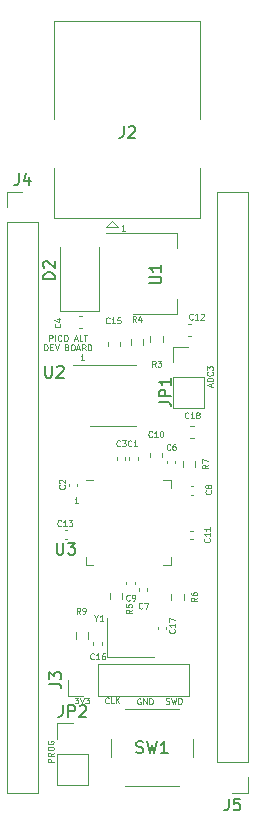
<source format=gbr>
%TF.GenerationSoftware,KiCad,Pcbnew,(6.0.11)*%
%TF.CreationDate,2024-02-22T22:03:45-06:00*%
%TF.ProjectId,PicoAlt,5069636f-416c-4742-9e6b-696361645f70,rev?*%
%TF.SameCoordinates,Original*%
%TF.FileFunction,Legend,Top*%
%TF.FilePolarity,Positive*%
%FSLAX46Y46*%
G04 Gerber Fmt 4.6, Leading zero omitted, Abs format (unit mm)*
G04 Created by KiCad (PCBNEW (6.0.11)) date 2024-02-22 22:03:45*
%MOMM*%
%LPD*%
G01*
G04 APERTURE LIST*
%ADD10C,0.125000*%
%ADD11C,0.150000*%
%ADD12C,0.120000*%
G04 APERTURE END LIST*
D10*
X151831428Y-120742380D02*
X151902857Y-120766190D01*
X152021904Y-120766190D01*
X152069523Y-120742380D01*
X152093333Y-120718571D01*
X152117142Y-120670952D01*
X152117142Y-120623333D01*
X152093333Y-120575714D01*
X152069523Y-120551904D01*
X152021904Y-120528095D01*
X151926666Y-120504285D01*
X151879047Y-120480476D01*
X151855238Y-120456666D01*
X151831428Y-120409047D01*
X151831428Y-120361428D01*
X151855238Y-120313809D01*
X151879047Y-120290000D01*
X151926666Y-120266190D01*
X152045714Y-120266190D01*
X152117142Y-120290000D01*
X152283809Y-120266190D02*
X152402857Y-120766190D01*
X152498095Y-120409047D01*
X152593333Y-120766190D01*
X152712380Y-120266190D01*
X152902857Y-120766190D02*
X152902857Y-120266190D01*
X153021904Y-120266190D01*
X153093333Y-120290000D01*
X153140952Y-120337619D01*
X153164761Y-120385238D01*
X153188571Y-120480476D01*
X153188571Y-120551904D01*
X153164761Y-120647142D01*
X153140952Y-120694761D01*
X153093333Y-120742380D01*
X153021904Y-120766190D01*
X152902857Y-120766190D01*
X146992380Y-120678571D02*
X146968571Y-120702380D01*
X146897142Y-120726190D01*
X146849523Y-120726190D01*
X146778095Y-120702380D01*
X146730476Y-120654761D01*
X146706666Y-120607142D01*
X146682857Y-120511904D01*
X146682857Y-120440476D01*
X146706666Y-120345238D01*
X146730476Y-120297619D01*
X146778095Y-120250000D01*
X146849523Y-120226190D01*
X146897142Y-120226190D01*
X146968571Y-120250000D01*
X146992380Y-120273809D01*
X147444761Y-120726190D02*
X147206666Y-120726190D01*
X147206666Y-120226190D01*
X147611428Y-120726190D02*
X147611428Y-120226190D01*
X147897142Y-120726190D02*
X147682857Y-120440476D01*
X147897142Y-120226190D02*
X147611428Y-120511904D01*
X144120952Y-120236190D02*
X144430476Y-120236190D01*
X144263809Y-120426666D01*
X144335238Y-120426666D01*
X144382857Y-120450476D01*
X144406666Y-120474285D01*
X144430476Y-120521904D01*
X144430476Y-120640952D01*
X144406666Y-120688571D01*
X144382857Y-120712380D01*
X144335238Y-120736190D01*
X144192380Y-120736190D01*
X144144761Y-120712380D01*
X144120952Y-120688571D01*
X144573333Y-120236190D02*
X144740000Y-120736190D01*
X144906666Y-120236190D01*
X145025714Y-120236190D02*
X145335238Y-120236190D01*
X145168571Y-120426666D01*
X145240000Y-120426666D01*
X145287619Y-120450476D01*
X145311428Y-120474285D01*
X145335238Y-120521904D01*
X145335238Y-120640952D01*
X145311428Y-120688571D01*
X145287619Y-120712380D01*
X145240000Y-120736190D01*
X145097142Y-120736190D01*
X145049523Y-120712380D01*
X145025714Y-120688571D01*
X155673333Y-93907142D02*
X155673333Y-93669047D01*
X155816190Y-93954761D02*
X155316190Y-93788095D01*
X155816190Y-93621428D01*
X155816190Y-93454761D02*
X155316190Y-93454761D01*
X155316190Y-93335714D01*
X155340000Y-93264285D01*
X155387619Y-93216666D01*
X155435238Y-93192857D01*
X155530476Y-93169047D01*
X155601904Y-93169047D01*
X155697142Y-93192857D01*
X155744761Y-93216666D01*
X155792380Y-93264285D01*
X155816190Y-93335714D01*
X155816190Y-93454761D01*
X155768571Y-92669047D02*
X155792380Y-92692857D01*
X155816190Y-92764285D01*
X155816190Y-92811904D01*
X155792380Y-92883333D01*
X155744761Y-92930952D01*
X155697142Y-92954761D01*
X155601904Y-92978571D01*
X155530476Y-92978571D01*
X155435238Y-92954761D01*
X155387619Y-92930952D01*
X155340000Y-92883333D01*
X155316190Y-92811904D01*
X155316190Y-92764285D01*
X155340000Y-92692857D01*
X155363809Y-92669047D01*
X155316190Y-92502380D02*
X155316190Y-92192857D01*
X155506666Y-92359523D01*
X155506666Y-92288095D01*
X155530476Y-92240476D01*
X155554285Y-92216666D01*
X155601904Y-92192857D01*
X155720952Y-92192857D01*
X155768571Y-92216666D01*
X155792380Y-92240476D01*
X155816190Y-92288095D01*
X155816190Y-92430952D01*
X155792380Y-92478571D01*
X155768571Y-92502380D01*
X142326190Y-125692857D02*
X141826190Y-125692857D01*
X141826190Y-125502380D01*
X141850000Y-125454761D01*
X141873809Y-125430952D01*
X141921428Y-125407142D01*
X141992857Y-125407142D01*
X142040476Y-125430952D01*
X142064285Y-125454761D01*
X142088095Y-125502380D01*
X142088095Y-125692857D01*
X142326190Y-124907142D02*
X142088095Y-125073809D01*
X142326190Y-125192857D02*
X141826190Y-125192857D01*
X141826190Y-125002380D01*
X141850000Y-124954761D01*
X141873809Y-124930952D01*
X141921428Y-124907142D01*
X141992857Y-124907142D01*
X142040476Y-124930952D01*
X142064285Y-124954761D01*
X142088095Y-125002380D01*
X142088095Y-125192857D01*
X141826190Y-124597619D02*
X141826190Y-124502380D01*
X141850000Y-124454761D01*
X141897619Y-124407142D01*
X141992857Y-124383333D01*
X142159523Y-124383333D01*
X142254761Y-124407142D01*
X142302380Y-124454761D01*
X142326190Y-124502380D01*
X142326190Y-124597619D01*
X142302380Y-124645238D01*
X142254761Y-124692857D01*
X142159523Y-124716666D01*
X141992857Y-124716666D01*
X141897619Y-124692857D01*
X141850000Y-124645238D01*
X141826190Y-124597619D01*
X141850000Y-123907142D02*
X141826190Y-123954761D01*
X141826190Y-124026190D01*
X141850000Y-124097619D01*
X141897619Y-124145238D01*
X141945238Y-124169047D01*
X142040476Y-124192857D01*
X142111904Y-124192857D01*
X142207142Y-124169047D01*
X142254761Y-124145238D01*
X142302380Y-124097619D01*
X142326190Y-124026190D01*
X142326190Y-123978571D01*
X142302380Y-123907142D01*
X142278571Y-123883333D01*
X142111904Y-123883333D01*
X142111904Y-123978571D01*
X149689047Y-120330000D02*
X149641428Y-120306190D01*
X149570000Y-120306190D01*
X149498571Y-120330000D01*
X149450952Y-120377619D01*
X149427142Y-120425238D01*
X149403333Y-120520476D01*
X149403333Y-120591904D01*
X149427142Y-120687142D01*
X149450952Y-120734761D01*
X149498571Y-120782380D01*
X149570000Y-120806190D01*
X149617619Y-120806190D01*
X149689047Y-120782380D01*
X149712857Y-120758571D01*
X149712857Y-120591904D01*
X149617619Y-120591904D01*
X149927142Y-120806190D02*
X149927142Y-120306190D01*
X150212857Y-120806190D01*
X150212857Y-120306190D01*
X150450952Y-120806190D02*
X150450952Y-120306190D01*
X150570000Y-120306190D01*
X150641428Y-120330000D01*
X150689047Y-120377619D01*
X150712857Y-120425238D01*
X150736666Y-120520476D01*
X150736666Y-120591904D01*
X150712857Y-120687142D01*
X150689047Y-120734761D01*
X150641428Y-120782380D01*
X150570000Y-120806190D01*
X150450952Y-120806190D01*
X141970476Y-90033690D02*
X141970476Y-89533690D01*
X142160952Y-89533690D01*
X142208571Y-89557500D01*
X142232380Y-89581309D01*
X142256190Y-89628928D01*
X142256190Y-89700357D01*
X142232380Y-89747976D01*
X142208571Y-89771785D01*
X142160952Y-89795595D01*
X141970476Y-89795595D01*
X142470476Y-90033690D02*
X142470476Y-89533690D01*
X142994285Y-89986071D02*
X142970476Y-90009880D01*
X142899047Y-90033690D01*
X142851428Y-90033690D01*
X142780000Y-90009880D01*
X142732380Y-89962261D01*
X142708571Y-89914642D01*
X142684761Y-89819404D01*
X142684761Y-89747976D01*
X142708571Y-89652738D01*
X142732380Y-89605119D01*
X142780000Y-89557500D01*
X142851428Y-89533690D01*
X142899047Y-89533690D01*
X142970476Y-89557500D01*
X142994285Y-89581309D01*
X143303809Y-89533690D02*
X143399047Y-89533690D01*
X143446666Y-89557500D01*
X143494285Y-89605119D01*
X143518095Y-89700357D01*
X143518095Y-89867023D01*
X143494285Y-89962261D01*
X143446666Y-90009880D01*
X143399047Y-90033690D01*
X143303809Y-90033690D01*
X143256190Y-90009880D01*
X143208571Y-89962261D01*
X143184761Y-89867023D01*
X143184761Y-89700357D01*
X143208571Y-89605119D01*
X143256190Y-89557500D01*
X143303809Y-89533690D01*
X144089523Y-89890833D02*
X144327619Y-89890833D01*
X144041904Y-90033690D02*
X144208571Y-89533690D01*
X144375238Y-90033690D01*
X144780000Y-90033690D02*
X144541904Y-90033690D01*
X144541904Y-89533690D01*
X144875238Y-89533690D02*
X145160952Y-89533690D01*
X145018095Y-90033690D02*
X145018095Y-89533690D01*
X141541904Y-90838690D02*
X141541904Y-90338690D01*
X141660952Y-90338690D01*
X141732380Y-90362500D01*
X141780000Y-90410119D01*
X141803809Y-90457738D01*
X141827619Y-90552976D01*
X141827619Y-90624404D01*
X141803809Y-90719642D01*
X141780000Y-90767261D01*
X141732380Y-90814880D01*
X141660952Y-90838690D01*
X141541904Y-90838690D01*
X142041904Y-90576785D02*
X142208571Y-90576785D01*
X142280000Y-90838690D02*
X142041904Y-90838690D01*
X142041904Y-90338690D01*
X142280000Y-90338690D01*
X142422857Y-90338690D02*
X142589523Y-90838690D01*
X142756190Y-90338690D01*
X143470476Y-90576785D02*
X143541904Y-90600595D01*
X143565714Y-90624404D01*
X143589523Y-90672023D01*
X143589523Y-90743452D01*
X143565714Y-90791071D01*
X143541904Y-90814880D01*
X143494285Y-90838690D01*
X143303809Y-90838690D01*
X143303809Y-90338690D01*
X143470476Y-90338690D01*
X143518095Y-90362500D01*
X143541904Y-90386309D01*
X143565714Y-90433928D01*
X143565714Y-90481547D01*
X143541904Y-90529166D01*
X143518095Y-90552976D01*
X143470476Y-90576785D01*
X143303809Y-90576785D01*
X143899047Y-90338690D02*
X143994285Y-90338690D01*
X144041904Y-90362500D01*
X144089523Y-90410119D01*
X144113333Y-90505357D01*
X144113333Y-90672023D01*
X144089523Y-90767261D01*
X144041904Y-90814880D01*
X143994285Y-90838690D01*
X143899047Y-90838690D01*
X143851428Y-90814880D01*
X143803809Y-90767261D01*
X143780000Y-90672023D01*
X143780000Y-90505357D01*
X143803809Y-90410119D01*
X143851428Y-90362500D01*
X143899047Y-90338690D01*
X144303809Y-90695833D02*
X144541904Y-90695833D01*
X144256190Y-90838690D02*
X144422857Y-90338690D01*
X144589523Y-90838690D01*
X145041904Y-90838690D02*
X144875238Y-90600595D01*
X144756190Y-90838690D02*
X144756190Y-90338690D01*
X144946666Y-90338690D01*
X144994285Y-90362500D01*
X145018095Y-90386309D01*
X145041904Y-90433928D01*
X145041904Y-90505357D01*
X145018095Y-90552976D01*
X144994285Y-90576785D01*
X144946666Y-90600595D01*
X144756190Y-90600595D01*
X145256190Y-90838690D02*
X145256190Y-90338690D01*
X145375238Y-90338690D01*
X145446666Y-90362500D01*
X145494285Y-90410119D01*
X145518095Y-90457738D01*
X145541904Y-90552976D01*
X145541904Y-90624404D01*
X145518095Y-90719642D01*
X145494285Y-90767261D01*
X145446666Y-90814880D01*
X145375238Y-90838690D01*
X145256190Y-90838690D01*
X148382857Y-80706190D02*
X148097142Y-80706190D01*
X148240000Y-80706190D02*
X148240000Y-80206190D01*
X148192380Y-80277619D01*
X148144761Y-80325238D01*
X148097142Y-80349047D01*
X144392857Y-103786190D02*
X144107142Y-103786190D01*
X144250000Y-103786190D02*
X144250000Y-103286190D01*
X144202380Y-103357619D01*
X144154761Y-103405238D01*
X144107142Y-103429047D01*
X144922857Y-91666190D02*
X144637142Y-91666190D01*
X144780000Y-91666190D02*
X144780000Y-91166190D01*
X144732380Y-91237619D01*
X144684761Y-91285238D01*
X144637142Y-91309047D01*
D11*
%TO.C,J2*%
X148256666Y-71842380D02*
X148256666Y-72556666D01*
X148209047Y-72699523D01*
X148113809Y-72794761D01*
X147970952Y-72842380D01*
X147875714Y-72842380D01*
X148685238Y-71937619D02*
X148732857Y-71890000D01*
X148828095Y-71842380D01*
X149066190Y-71842380D01*
X149161428Y-71890000D01*
X149209047Y-71937619D01*
X149256666Y-72032857D01*
X149256666Y-72128095D01*
X149209047Y-72270952D01*
X148637619Y-72842380D01*
X149256666Y-72842380D01*
%TO.C,JP2*%
X143106666Y-120862380D02*
X143106666Y-121576666D01*
X143059047Y-121719523D01*
X142963809Y-121814761D01*
X142820952Y-121862380D01*
X142725714Y-121862380D01*
X143582857Y-121862380D02*
X143582857Y-120862380D01*
X143963809Y-120862380D01*
X144059047Y-120910000D01*
X144106666Y-120957619D01*
X144154285Y-121052857D01*
X144154285Y-121195714D01*
X144106666Y-121290952D01*
X144059047Y-121338571D01*
X143963809Y-121386190D01*
X143582857Y-121386190D01*
X144535238Y-120957619D02*
X144582857Y-120910000D01*
X144678095Y-120862380D01*
X144916190Y-120862380D01*
X145011428Y-120910000D01*
X145059047Y-120957619D01*
X145106666Y-121052857D01*
X145106666Y-121148095D01*
X145059047Y-121290952D01*
X144487619Y-121862380D01*
X145106666Y-121862380D01*
D10*
%TO.C,C4*%
X142868571Y-88593333D02*
X142892380Y-88617142D01*
X142916190Y-88688571D01*
X142916190Y-88736190D01*
X142892380Y-88807619D01*
X142844761Y-88855238D01*
X142797142Y-88879047D01*
X142701904Y-88902857D01*
X142630476Y-88902857D01*
X142535238Y-88879047D01*
X142487619Y-88855238D01*
X142440000Y-88807619D01*
X142416190Y-88736190D01*
X142416190Y-88688571D01*
X142440000Y-88617142D01*
X142463809Y-88593333D01*
X142582857Y-88164761D02*
X142916190Y-88164761D01*
X142392380Y-88283809D02*
X142749523Y-88402857D01*
X142749523Y-88093333D01*
%TO.C,C18*%
X153738571Y-96538571D02*
X153714761Y-96562380D01*
X153643333Y-96586190D01*
X153595714Y-96586190D01*
X153524285Y-96562380D01*
X153476666Y-96514761D01*
X153452857Y-96467142D01*
X153429047Y-96371904D01*
X153429047Y-96300476D01*
X153452857Y-96205238D01*
X153476666Y-96157619D01*
X153524285Y-96110000D01*
X153595714Y-96086190D01*
X153643333Y-96086190D01*
X153714761Y-96110000D01*
X153738571Y-96133809D01*
X154214761Y-96586190D02*
X153929047Y-96586190D01*
X154071904Y-96586190D02*
X154071904Y-96086190D01*
X154024285Y-96157619D01*
X153976666Y-96205238D01*
X153929047Y-96229047D01*
X154500476Y-96300476D02*
X154452857Y-96276666D01*
X154429047Y-96252857D01*
X154405238Y-96205238D01*
X154405238Y-96181428D01*
X154429047Y-96133809D01*
X154452857Y-96110000D01*
X154500476Y-96086190D01*
X154595714Y-96086190D01*
X154643333Y-96110000D01*
X154667142Y-96133809D01*
X154690952Y-96181428D01*
X154690952Y-96205238D01*
X154667142Y-96252857D01*
X154643333Y-96276666D01*
X154595714Y-96300476D01*
X154500476Y-96300476D01*
X154452857Y-96324285D01*
X154429047Y-96348095D01*
X154405238Y-96395714D01*
X154405238Y-96490952D01*
X154429047Y-96538571D01*
X154452857Y-96562380D01*
X154500476Y-96586190D01*
X154595714Y-96586190D01*
X154643333Y-96562380D01*
X154667142Y-96538571D01*
X154690952Y-96490952D01*
X154690952Y-96395714D01*
X154667142Y-96348095D01*
X154643333Y-96324285D01*
X154595714Y-96300476D01*
%TO.C,R7*%
X155426190Y-100530833D02*
X155188095Y-100697500D01*
X155426190Y-100816547D02*
X154926190Y-100816547D01*
X154926190Y-100626071D01*
X154950000Y-100578452D01*
X154973809Y-100554642D01*
X155021428Y-100530833D01*
X155092857Y-100530833D01*
X155140476Y-100554642D01*
X155164285Y-100578452D01*
X155188095Y-100626071D01*
X155188095Y-100816547D01*
X154926190Y-100364166D02*
X154926190Y-100030833D01*
X155426190Y-100245119D01*
%TO.C,Y1*%
X145941904Y-113508095D02*
X145941904Y-113746190D01*
X145775238Y-113246190D02*
X145941904Y-113508095D01*
X146108571Y-113246190D01*
X146537142Y-113746190D02*
X146251428Y-113746190D01*
X146394285Y-113746190D02*
X146394285Y-113246190D01*
X146346666Y-113317619D01*
X146299047Y-113365238D01*
X146251428Y-113389047D01*
%TO.C,R6*%
X154476190Y-111783333D02*
X154238095Y-111950000D01*
X154476190Y-112069047D02*
X153976190Y-112069047D01*
X153976190Y-111878571D01*
X154000000Y-111830952D01*
X154023809Y-111807142D01*
X154071428Y-111783333D01*
X154142857Y-111783333D01*
X154190476Y-111807142D01*
X154214285Y-111830952D01*
X154238095Y-111878571D01*
X154238095Y-112069047D01*
X153976190Y-111354761D02*
X153976190Y-111450000D01*
X154000000Y-111497619D01*
X154023809Y-111521428D01*
X154095238Y-111569047D01*
X154190476Y-111592857D01*
X154380952Y-111592857D01*
X154428571Y-111569047D01*
X154452380Y-111545238D01*
X154476190Y-111497619D01*
X154476190Y-111402380D01*
X154452380Y-111354761D01*
X154428571Y-111330952D01*
X154380952Y-111307142D01*
X154261904Y-111307142D01*
X154214285Y-111330952D01*
X154190476Y-111354761D01*
X154166666Y-111402380D01*
X154166666Y-111497619D01*
X154190476Y-111545238D01*
X154214285Y-111569047D01*
X154261904Y-111592857D01*
%TO.C,R9*%
X144576666Y-113136190D02*
X144410000Y-112898095D01*
X144290952Y-113136190D02*
X144290952Y-112636190D01*
X144481428Y-112636190D01*
X144529047Y-112660000D01*
X144552857Y-112683809D01*
X144576666Y-112731428D01*
X144576666Y-112802857D01*
X144552857Y-112850476D01*
X144529047Y-112874285D01*
X144481428Y-112898095D01*
X144290952Y-112898095D01*
X144814761Y-113136190D02*
X144910000Y-113136190D01*
X144957619Y-113112380D01*
X144981428Y-113088571D01*
X145029047Y-113017142D01*
X145052857Y-112921904D01*
X145052857Y-112731428D01*
X145029047Y-112683809D01*
X145005238Y-112660000D01*
X144957619Y-112636190D01*
X144862380Y-112636190D01*
X144814761Y-112660000D01*
X144790952Y-112683809D01*
X144767142Y-112731428D01*
X144767142Y-112850476D01*
X144790952Y-112898095D01*
X144814761Y-112921904D01*
X144862380Y-112945714D01*
X144957619Y-112945714D01*
X145005238Y-112921904D01*
X145029047Y-112898095D01*
X145052857Y-112850476D01*
%TO.C,R5*%
X148966190Y-112793333D02*
X148728095Y-112960000D01*
X148966190Y-113079047D02*
X148466190Y-113079047D01*
X148466190Y-112888571D01*
X148490000Y-112840952D01*
X148513809Y-112817142D01*
X148561428Y-112793333D01*
X148632857Y-112793333D01*
X148680476Y-112817142D01*
X148704285Y-112840952D01*
X148728095Y-112888571D01*
X148728095Y-113079047D01*
X148466190Y-112340952D02*
X148466190Y-112579047D01*
X148704285Y-112602857D01*
X148680476Y-112579047D01*
X148656666Y-112531428D01*
X148656666Y-112412380D01*
X148680476Y-112364761D01*
X148704285Y-112340952D01*
X148751904Y-112317142D01*
X148870952Y-112317142D01*
X148918571Y-112340952D01*
X148942380Y-112364761D01*
X148966190Y-112412380D01*
X148966190Y-112531428D01*
X148942380Y-112579047D01*
X148918571Y-112602857D01*
%TO.C,R4*%
X149306666Y-88426190D02*
X149140000Y-88188095D01*
X149020952Y-88426190D02*
X149020952Y-87926190D01*
X149211428Y-87926190D01*
X149259047Y-87950000D01*
X149282857Y-87973809D01*
X149306666Y-88021428D01*
X149306666Y-88092857D01*
X149282857Y-88140476D01*
X149259047Y-88164285D01*
X149211428Y-88188095D01*
X149020952Y-88188095D01*
X149735238Y-88092857D02*
X149735238Y-88426190D01*
X149616190Y-87902380D02*
X149497142Y-88259523D01*
X149806666Y-88259523D01*
%TO.C,R3*%
X150966666Y-92216190D02*
X150800000Y-91978095D01*
X150680952Y-92216190D02*
X150680952Y-91716190D01*
X150871428Y-91716190D01*
X150919047Y-91740000D01*
X150942857Y-91763809D01*
X150966666Y-91811428D01*
X150966666Y-91882857D01*
X150942857Y-91930476D01*
X150919047Y-91954285D01*
X150871428Y-91978095D01*
X150680952Y-91978095D01*
X151133333Y-91716190D02*
X151442857Y-91716190D01*
X151276190Y-91906666D01*
X151347619Y-91906666D01*
X151395238Y-91930476D01*
X151419047Y-91954285D01*
X151442857Y-92001904D01*
X151442857Y-92120952D01*
X151419047Y-92168571D01*
X151395238Y-92192380D01*
X151347619Y-92216190D01*
X151204761Y-92216190D01*
X151157142Y-92192380D01*
X151133333Y-92168571D01*
%TO.C,C17*%
X152558571Y-114451428D02*
X152582380Y-114475238D01*
X152606190Y-114546666D01*
X152606190Y-114594285D01*
X152582380Y-114665714D01*
X152534761Y-114713333D01*
X152487142Y-114737142D01*
X152391904Y-114760952D01*
X152320476Y-114760952D01*
X152225238Y-114737142D01*
X152177619Y-114713333D01*
X152130000Y-114665714D01*
X152106190Y-114594285D01*
X152106190Y-114546666D01*
X152130000Y-114475238D01*
X152153809Y-114451428D01*
X152606190Y-113975238D02*
X152606190Y-114260952D01*
X152606190Y-114118095D02*
X152106190Y-114118095D01*
X152177619Y-114165714D01*
X152225238Y-114213333D01*
X152249047Y-114260952D01*
X152106190Y-113808571D02*
X152106190Y-113475238D01*
X152606190Y-113689523D01*
%TO.C,C16*%
X145738571Y-116948571D02*
X145714761Y-116972380D01*
X145643333Y-116996190D01*
X145595714Y-116996190D01*
X145524285Y-116972380D01*
X145476666Y-116924761D01*
X145452857Y-116877142D01*
X145429047Y-116781904D01*
X145429047Y-116710476D01*
X145452857Y-116615238D01*
X145476666Y-116567619D01*
X145524285Y-116520000D01*
X145595714Y-116496190D01*
X145643333Y-116496190D01*
X145714761Y-116520000D01*
X145738571Y-116543809D01*
X146214761Y-116996190D02*
X145929047Y-116996190D01*
X146071904Y-116996190D02*
X146071904Y-116496190D01*
X146024285Y-116567619D01*
X145976666Y-116615238D01*
X145929047Y-116639047D01*
X146643333Y-116496190D02*
X146548095Y-116496190D01*
X146500476Y-116520000D01*
X146476666Y-116543809D01*
X146429047Y-116615238D01*
X146405238Y-116710476D01*
X146405238Y-116900952D01*
X146429047Y-116948571D01*
X146452857Y-116972380D01*
X146500476Y-116996190D01*
X146595714Y-116996190D01*
X146643333Y-116972380D01*
X146667142Y-116948571D01*
X146690952Y-116900952D01*
X146690952Y-116781904D01*
X146667142Y-116734285D01*
X146643333Y-116710476D01*
X146595714Y-116686666D01*
X146500476Y-116686666D01*
X146452857Y-116710476D01*
X146429047Y-116734285D01*
X146405238Y-116781904D01*
%TO.C,C15*%
X147068571Y-88508571D02*
X147044761Y-88532380D01*
X146973333Y-88556190D01*
X146925714Y-88556190D01*
X146854285Y-88532380D01*
X146806666Y-88484761D01*
X146782857Y-88437142D01*
X146759047Y-88341904D01*
X146759047Y-88270476D01*
X146782857Y-88175238D01*
X146806666Y-88127619D01*
X146854285Y-88080000D01*
X146925714Y-88056190D01*
X146973333Y-88056190D01*
X147044761Y-88080000D01*
X147068571Y-88103809D01*
X147544761Y-88556190D02*
X147259047Y-88556190D01*
X147401904Y-88556190D02*
X147401904Y-88056190D01*
X147354285Y-88127619D01*
X147306666Y-88175238D01*
X147259047Y-88199047D01*
X147997142Y-88056190D02*
X147759047Y-88056190D01*
X147735238Y-88294285D01*
X147759047Y-88270476D01*
X147806666Y-88246666D01*
X147925714Y-88246666D01*
X147973333Y-88270476D01*
X147997142Y-88294285D01*
X148020952Y-88341904D01*
X148020952Y-88460952D01*
X147997142Y-88508571D01*
X147973333Y-88532380D01*
X147925714Y-88556190D01*
X147806666Y-88556190D01*
X147759047Y-88532380D01*
X147735238Y-88508571D01*
%TO.C,C13*%
X142958571Y-105668571D02*
X142934761Y-105692380D01*
X142863333Y-105716190D01*
X142815714Y-105716190D01*
X142744285Y-105692380D01*
X142696666Y-105644761D01*
X142672857Y-105597142D01*
X142649047Y-105501904D01*
X142649047Y-105430476D01*
X142672857Y-105335238D01*
X142696666Y-105287619D01*
X142744285Y-105240000D01*
X142815714Y-105216190D01*
X142863333Y-105216190D01*
X142934761Y-105240000D01*
X142958571Y-105263809D01*
X143434761Y-105716190D02*
X143149047Y-105716190D01*
X143291904Y-105716190D02*
X143291904Y-105216190D01*
X143244285Y-105287619D01*
X143196666Y-105335238D01*
X143149047Y-105359047D01*
X143601428Y-105216190D02*
X143910952Y-105216190D01*
X143744285Y-105406666D01*
X143815714Y-105406666D01*
X143863333Y-105430476D01*
X143887142Y-105454285D01*
X143910952Y-105501904D01*
X143910952Y-105620952D01*
X143887142Y-105668571D01*
X143863333Y-105692380D01*
X143815714Y-105716190D01*
X143672857Y-105716190D01*
X143625238Y-105692380D01*
X143601428Y-105668571D01*
%TO.C,C12*%
X154108571Y-88178571D02*
X154084761Y-88202380D01*
X154013333Y-88226190D01*
X153965714Y-88226190D01*
X153894285Y-88202380D01*
X153846666Y-88154761D01*
X153822857Y-88107142D01*
X153799047Y-88011904D01*
X153799047Y-87940476D01*
X153822857Y-87845238D01*
X153846666Y-87797619D01*
X153894285Y-87750000D01*
X153965714Y-87726190D01*
X154013333Y-87726190D01*
X154084761Y-87750000D01*
X154108571Y-87773809D01*
X154584761Y-88226190D02*
X154299047Y-88226190D01*
X154441904Y-88226190D02*
X154441904Y-87726190D01*
X154394285Y-87797619D01*
X154346666Y-87845238D01*
X154299047Y-87869047D01*
X154775238Y-87773809D02*
X154799047Y-87750000D01*
X154846666Y-87726190D01*
X154965714Y-87726190D01*
X155013333Y-87750000D01*
X155037142Y-87773809D01*
X155060952Y-87821428D01*
X155060952Y-87869047D01*
X155037142Y-87940476D01*
X154751428Y-88226190D01*
X155060952Y-88226190D01*
%TO.C,C11*%
X155528571Y-106761428D02*
X155552380Y-106785238D01*
X155576190Y-106856666D01*
X155576190Y-106904285D01*
X155552380Y-106975714D01*
X155504761Y-107023333D01*
X155457142Y-107047142D01*
X155361904Y-107070952D01*
X155290476Y-107070952D01*
X155195238Y-107047142D01*
X155147619Y-107023333D01*
X155100000Y-106975714D01*
X155076190Y-106904285D01*
X155076190Y-106856666D01*
X155100000Y-106785238D01*
X155123809Y-106761428D01*
X155576190Y-106285238D02*
X155576190Y-106570952D01*
X155576190Y-106428095D02*
X155076190Y-106428095D01*
X155147619Y-106475714D01*
X155195238Y-106523333D01*
X155219047Y-106570952D01*
X155576190Y-105809047D02*
X155576190Y-106094761D01*
X155576190Y-105951904D02*
X155076190Y-105951904D01*
X155147619Y-105999523D01*
X155195238Y-106047142D01*
X155219047Y-106094761D01*
%TO.C,C10*%
X150658571Y-98128571D02*
X150634761Y-98152380D01*
X150563333Y-98176190D01*
X150515714Y-98176190D01*
X150444285Y-98152380D01*
X150396666Y-98104761D01*
X150372857Y-98057142D01*
X150349047Y-97961904D01*
X150349047Y-97890476D01*
X150372857Y-97795238D01*
X150396666Y-97747619D01*
X150444285Y-97700000D01*
X150515714Y-97676190D01*
X150563333Y-97676190D01*
X150634761Y-97700000D01*
X150658571Y-97723809D01*
X151134761Y-98176190D02*
X150849047Y-98176190D01*
X150991904Y-98176190D02*
X150991904Y-97676190D01*
X150944285Y-97747619D01*
X150896666Y-97795238D01*
X150849047Y-97819047D01*
X151444285Y-97676190D02*
X151491904Y-97676190D01*
X151539523Y-97700000D01*
X151563333Y-97723809D01*
X151587142Y-97771428D01*
X151610952Y-97866666D01*
X151610952Y-97985714D01*
X151587142Y-98080952D01*
X151563333Y-98128571D01*
X151539523Y-98152380D01*
X151491904Y-98176190D01*
X151444285Y-98176190D01*
X151396666Y-98152380D01*
X151372857Y-98128571D01*
X151349047Y-98080952D01*
X151325238Y-97985714D01*
X151325238Y-97866666D01*
X151349047Y-97771428D01*
X151372857Y-97723809D01*
X151396666Y-97700000D01*
X151444285Y-97676190D01*
%TO.C,C9*%
X148776666Y-111988571D02*
X148752857Y-112012380D01*
X148681428Y-112036190D01*
X148633809Y-112036190D01*
X148562380Y-112012380D01*
X148514761Y-111964761D01*
X148490952Y-111917142D01*
X148467142Y-111821904D01*
X148467142Y-111750476D01*
X148490952Y-111655238D01*
X148514761Y-111607619D01*
X148562380Y-111560000D01*
X148633809Y-111536190D01*
X148681428Y-111536190D01*
X148752857Y-111560000D01*
X148776666Y-111583809D01*
X149014761Y-112036190D02*
X149110000Y-112036190D01*
X149157619Y-112012380D01*
X149181428Y-111988571D01*
X149229047Y-111917142D01*
X149252857Y-111821904D01*
X149252857Y-111631428D01*
X149229047Y-111583809D01*
X149205238Y-111560000D01*
X149157619Y-111536190D01*
X149062380Y-111536190D01*
X149014761Y-111560000D01*
X148990952Y-111583809D01*
X148967142Y-111631428D01*
X148967142Y-111750476D01*
X148990952Y-111798095D01*
X149014761Y-111821904D01*
X149062380Y-111845714D01*
X149157619Y-111845714D01*
X149205238Y-111821904D01*
X149229047Y-111798095D01*
X149252857Y-111750476D01*
%TO.C,C8*%
X155626571Y-102699333D02*
X155650380Y-102723142D01*
X155674190Y-102794571D01*
X155674190Y-102842190D01*
X155650380Y-102913619D01*
X155602761Y-102961238D01*
X155555142Y-102985047D01*
X155459904Y-103008857D01*
X155388476Y-103008857D01*
X155293238Y-102985047D01*
X155245619Y-102961238D01*
X155198000Y-102913619D01*
X155174190Y-102842190D01*
X155174190Y-102794571D01*
X155198000Y-102723142D01*
X155221809Y-102699333D01*
X155388476Y-102413619D02*
X155364666Y-102461238D01*
X155340857Y-102485047D01*
X155293238Y-102508857D01*
X155269428Y-102508857D01*
X155221809Y-102485047D01*
X155198000Y-102461238D01*
X155174190Y-102413619D01*
X155174190Y-102318380D01*
X155198000Y-102270761D01*
X155221809Y-102246952D01*
X155269428Y-102223142D01*
X155293238Y-102223142D01*
X155340857Y-102246952D01*
X155364666Y-102270761D01*
X155388476Y-102318380D01*
X155388476Y-102413619D01*
X155412285Y-102461238D01*
X155436095Y-102485047D01*
X155483714Y-102508857D01*
X155578952Y-102508857D01*
X155626571Y-102485047D01*
X155650380Y-102461238D01*
X155674190Y-102413619D01*
X155674190Y-102318380D01*
X155650380Y-102270761D01*
X155626571Y-102246952D01*
X155578952Y-102223142D01*
X155483714Y-102223142D01*
X155436095Y-102246952D01*
X155412285Y-102270761D01*
X155388476Y-102318380D01*
%TO.C,C7*%
X149836666Y-112648571D02*
X149812857Y-112672380D01*
X149741428Y-112696190D01*
X149693809Y-112696190D01*
X149622380Y-112672380D01*
X149574761Y-112624761D01*
X149550952Y-112577142D01*
X149527142Y-112481904D01*
X149527142Y-112410476D01*
X149550952Y-112315238D01*
X149574761Y-112267619D01*
X149622380Y-112220000D01*
X149693809Y-112196190D01*
X149741428Y-112196190D01*
X149812857Y-112220000D01*
X149836666Y-112243809D01*
X150003333Y-112196190D02*
X150336666Y-112196190D01*
X150122380Y-112696190D01*
%TO.C,C6*%
X152206666Y-99218571D02*
X152182857Y-99242380D01*
X152111428Y-99266190D01*
X152063809Y-99266190D01*
X151992380Y-99242380D01*
X151944761Y-99194761D01*
X151920952Y-99147142D01*
X151897142Y-99051904D01*
X151897142Y-98980476D01*
X151920952Y-98885238D01*
X151944761Y-98837619D01*
X151992380Y-98790000D01*
X152063809Y-98766190D01*
X152111428Y-98766190D01*
X152182857Y-98790000D01*
X152206666Y-98813809D01*
X152635238Y-98766190D02*
X152540000Y-98766190D01*
X152492380Y-98790000D01*
X152468571Y-98813809D01*
X152420952Y-98885238D01*
X152397142Y-98980476D01*
X152397142Y-99170952D01*
X152420952Y-99218571D01*
X152444761Y-99242380D01*
X152492380Y-99266190D01*
X152587619Y-99266190D01*
X152635238Y-99242380D01*
X152659047Y-99218571D01*
X152682857Y-99170952D01*
X152682857Y-99051904D01*
X152659047Y-99004285D01*
X152635238Y-98980476D01*
X152587619Y-98956666D01*
X152492380Y-98956666D01*
X152444761Y-98980476D01*
X152420952Y-99004285D01*
X152397142Y-99051904D01*
%TO.C,C3*%
X147946666Y-98908571D02*
X147922857Y-98932380D01*
X147851428Y-98956190D01*
X147803809Y-98956190D01*
X147732380Y-98932380D01*
X147684761Y-98884761D01*
X147660952Y-98837142D01*
X147637142Y-98741904D01*
X147637142Y-98670476D01*
X147660952Y-98575238D01*
X147684761Y-98527619D01*
X147732380Y-98480000D01*
X147803809Y-98456190D01*
X147851428Y-98456190D01*
X147922857Y-98480000D01*
X147946666Y-98503809D01*
X148113333Y-98456190D02*
X148422857Y-98456190D01*
X148256190Y-98646666D01*
X148327619Y-98646666D01*
X148375238Y-98670476D01*
X148399047Y-98694285D01*
X148422857Y-98741904D01*
X148422857Y-98860952D01*
X148399047Y-98908571D01*
X148375238Y-98932380D01*
X148327619Y-98956190D01*
X148184761Y-98956190D01*
X148137142Y-98932380D01*
X148113333Y-98908571D01*
%TO.C,C2*%
X143248571Y-102253333D02*
X143272380Y-102277142D01*
X143296190Y-102348571D01*
X143296190Y-102396190D01*
X143272380Y-102467619D01*
X143224761Y-102515238D01*
X143177142Y-102539047D01*
X143081904Y-102562857D01*
X143010476Y-102562857D01*
X142915238Y-102539047D01*
X142867619Y-102515238D01*
X142820000Y-102467619D01*
X142796190Y-102396190D01*
X142796190Y-102348571D01*
X142820000Y-102277142D01*
X142843809Y-102253333D01*
X142843809Y-102062857D02*
X142820000Y-102039047D01*
X142796190Y-101991428D01*
X142796190Y-101872380D01*
X142820000Y-101824761D01*
X142843809Y-101800952D01*
X142891428Y-101777142D01*
X142939047Y-101777142D01*
X143010476Y-101800952D01*
X143296190Y-102086666D01*
X143296190Y-101777142D01*
%TO.C,C1*%
X148926666Y-98908571D02*
X148902857Y-98932380D01*
X148831428Y-98956190D01*
X148783809Y-98956190D01*
X148712380Y-98932380D01*
X148664761Y-98884761D01*
X148640952Y-98837142D01*
X148617142Y-98741904D01*
X148617142Y-98670476D01*
X148640952Y-98575238D01*
X148664761Y-98527619D01*
X148712380Y-98480000D01*
X148783809Y-98456190D01*
X148831428Y-98456190D01*
X148902857Y-98480000D01*
X148926666Y-98503809D01*
X149402857Y-98956190D02*
X149117142Y-98956190D01*
X149260000Y-98956190D02*
X149260000Y-98456190D01*
X149212380Y-98527619D01*
X149164761Y-98575238D01*
X149117142Y-98599047D01*
D11*
%TO.C,U3*%
X142598095Y-107132380D02*
X142598095Y-107941904D01*
X142645714Y-108037142D01*
X142693333Y-108084761D01*
X142788571Y-108132380D01*
X142979047Y-108132380D01*
X143074285Y-108084761D01*
X143121904Y-108037142D01*
X143169523Y-107941904D01*
X143169523Y-107132380D01*
X143550476Y-107132380D02*
X144169523Y-107132380D01*
X143836190Y-107513333D01*
X143979047Y-107513333D01*
X144074285Y-107560952D01*
X144121904Y-107608571D01*
X144169523Y-107703809D01*
X144169523Y-107941904D01*
X144121904Y-108037142D01*
X144074285Y-108084761D01*
X143979047Y-108132380D01*
X143693333Y-108132380D01*
X143598095Y-108084761D01*
X143550476Y-108037142D01*
%TO.C,U2*%
X141616095Y-92142380D02*
X141616095Y-92951904D01*
X141663714Y-93047142D01*
X141711333Y-93094761D01*
X141806571Y-93142380D01*
X141997047Y-93142380D01*
X142092285Y-93094761D01*
X142139904Y-93047142D01*
X142187523Y-92951904D01*
X142187523Y-92142380D01*
X142616095Y-92237619D02*
X142663714Y-92190000D01*
X142758952Y-92142380D01*
X142997047Y-92142380D01*
X143092285Y-92190000D01*
X143139904Y-92237619D01*
X143187523Y-92332857D01*
X143187523Y-92428095D01*
X143139904Y-92570952D01*
X142568476Y-93142380D01*
X143187523Y-93142380D01*
%TO.C,U1*%
X150432380Y-85171904D02*
X151241904Y-85171904D01*
X151337142Y-85124285D01*
X151384761Y-85076666D01*
X151432380Y-84981428D01*
X151432380Y-84790952D01*
X151384761Y-84695714D01*
X151337142Y-84648095D01*
X151241904Y-84600476D01*
X150432380Y-84600476D01*
X151432380Y-83600476D02*
X151432380Y-84171904D01*
X151432380Y-83886190D02*
X150432380Y-83886190D01*
X150575238Y-83981428D01*
X150670476Y-84076666D01*
X150718095Y-84171904D01*
%TO.C,SW1*%
X149336666Y-124884761D02*
X149479523Y-124932380D01*
X149717619Y-124932380D01*
X149812857Y-124884761D01*
X149860476Y-124837142D01*
X149908095Y-124741904D01*
X149908095Y-124646666D01*
X149860476Y-124551428D01*
X149812857Y-124503809D01*
X149717619Y-124456190D01*
X149527142Y-124408571D01*
X149431904Y-124360952D01*
X149384285Y-124313333D01*
X149336666Y-124218095D01*
X149336666Y-124122857D01*
X149384285Y-124027619D01*
X149431904Y-123980000D01*
X149527142Y-123932380D01*
X149765238Y-123932380D01*
X149908095Y-123980000D01*
X150241428Y-123932380D02*
X150479523Y-124932380D01*
X150670000Y-124218095D01*
X150860476Y-124932380D01*
X151098571Y-123932380D01*
X152003333Y-124932380D02*
X151431904Y-124932380D01*
X151717619Y-124932380D02*
X151717619Y-123932380D01*
X151622380Y-124075238D01*
X151527142Y-124170476D01*
X151431904Y-124218095D01*
%TO.C,JP1*%
X151262380Y-95203333D02*
X151976666Y-95203333D01*
X152119523Y-95250952D01*
X152214761Y-95346190D01*
X152262380Y-95489047D01*
X152262380Y-95584285D01*
X152262380Y-94727142D02*
X151262380Y-94727142D01*
X151262380Y-94346190D01*
X151310000Y-94250952D01*
X151357619Y-94203333D01*
X151452857Y-94155714D01*
X151595714Y-94155714D01*
X151690952Y-94203333D01*
X151738571Y-94250952D01*
X151786190Y-94346190D01*
X151786190Y-94727142D01*
X152262380Y-93203333D02*
X152262380Y-93774761D01*
X152262380Y-93489047D02*
X151262380Y-93489047D01*
X151405238Y-93584285D01*
X151500476Y-93679523D01*
X151548095Y-93774761D01*
%TO.C,J5*%
X157146666Y-128782380D02*
X157146666Y-129496666D01*
X157099047Y-129639523D01*
X157003809Y-129734761D01*
X156860952Y-129782380D01*
X156765714Y-129782380D01*
X158099047Y-128782380D02*
X157622857Y-128782380D01*
X157575238Y-129258571D01*
X157622857Y-129210952D01*
X157718095Y-129163333D01*
X157956190Y-129163333D01*
X158051428Y-129210952D01*
X158099047Y-129258571D01*
X158146666Y-129353809D01*
X158146666Y-129591904D01*
X158099047Y-129687142D01*
X158051428Y-129734761D01*
X157956190Y-129782380D01*
X157718095Y-129782380D01*
X157622857Y-129734761D01*
X157575238Y-129687142D01*
%TO.C,J4*%
X139366666Y-75862380D02*
X139366666Y-76576666D01*
X139319047Y-76719523D01*
X139223809Y-76814761D01*
X139080952Y-76862380D01*
X138985714Y-76862380D01*
X140271428Y-76195714D02*
X140271428Y-76862380D01*
X140033333Y-75814761D02*
X139795238Y-76529047D01*
X140414285Y-76529047D01*
%TO.C,J3*%
X141972380Y-119073333D02*
X142686666Y-119073333D01*
X142829523Y-119120952D01*
X142924761Y-119216190D01*
X142972380Y-119359047D01*
X142972380Y-119454285D01*
X141972380Y-118692380D02*
X141972380Y-118073333D01*
X142353333Y-118406666D01*
X142353333Y-118263809D01*
X142400952Y-118168571D01*
X142448571Y-118120952D01*
X142543809Y-118073333D01*
X142781904Y-118073333D01*
X142877142Y-118120952D01*
X142924761Y-118168571D01*
X142972380Y-118263809D01*
X142972380Y-118549523D01*
X142924761Y-118644761D01*
X142877142Y-118692380D01*
%TO.C,D2*%
X142452380Y-84808095D02*
X141452380Y-84808095D01*
X141452380Y-84570000D01*
X141500000Y-84427142D01*
X141595238Y-84331904D01*
X141690476Y-84284285D01*
X141880952Y-84236666D01*
X142023809Y-84236666D01*
X142214285Y-84284285D01*
X142309523Y-84331904D01*
X142404761Y-84427142D01*
X142452380Y-84570000D01*
X142452380Y-84808095D01*
X141547619Y-83855714D02*
X141500000Y-83808095D01*
X141452380Y-83712857D01*
X141452380Y-83474761D01*
X141500000Y-83379523D01*
X141547619Y-83331904D01*
X141642857Y-83284285D01*
X141738095Y-83284285D01*
X141880952Y-83331904D01*
X142452380Y-83903333D01*
X142452380Y-83284285D01*
D12*
%TO.C,J2*%
X142380000Y-62920000D02*
X154700000Y-62920000D01*
X142380000Y-75380000D02*
X142380000Y-79640000D01*
X147790000Y-80360000D02*
X147290000Y-79860000D01*
X142380000Y-71280000D02*
X142380000Y-62920000D01*
X154700000Y-62920000D02*
X154700000Y-71280000D01*
X154700000Y-79640000D02*
X154700000Y-75380000D01*
X142380000Y-79640000D02*
X154700000Y-79640000D01*
X147290000Y-79860000D02*
X146790000Y-80360000D01*
X146790000Y-80360000D02*
X147790000Y-80360000D01*
%TO.C,JP2*%
X142610000Y-123740000D02*
X142610000Y-122410000D01*
X142610000Y-127610000D02*
X145270000Y-127610000D01*
X142610000Y-125010000D02*
X142610000Y-127610000D01*
X142610000Y-125010000D02*
X145270000Y-125010000D01*
X142610000Y-122410000D02*
X143940000Y-122410000D01*
X145270000Y-125010000D02*
X145270000Y-127610000D01*
%TO.C,C4*%
X144750580Y-87960000D02*
X144469420Y-87960000D01*
X144750580Y-88980000D02*
X144469420Y-88980000D01*
%TO.C,C18*%
X153919420Y-98300000D02*
X154200580Y-98300000D01*
X153919420Y-97280000D02*
X154200580Y-97280000D01*
%TO.C,R7*%
X154292500Y-100192776D02*
X154292500Y-100702224D01*
X153247500Y-100192776D02*
X153247500Y-100702224D01*
%TO.C,Y1*%
X146820000Y-113460000D02*
X146820000Y-116760000D01*
X146820000Y-116760000D02*
X150820000Y-116760000D01*
%TO.C,R6*%
X153342500Y-111445276D02*
X153342500Y-111954724D01*
X152297500Y-111445276D02*
X152297500Y-111954724D01*
%TO.C,R9*%
X144207500Y-114725276D02*
X144207500Y-115234724D01*
X145252500Y-114725276D02*
X145252500Y-115234724D01*
%TO.C,R5*%
X147067500Y-111904724D02*
X147067500Y-111395276D01*
X148112500Y-111904724D02*
X148112500Y-111395276D01*
%TO.C,R4*%
X149942500Y-89855276D02*
X149942500Y-90364724D01*
X148897500Y-89855276D02*
X148897500Y-90364724D01*
%TO.C,R3*%
X150517500Y-90144724D02*
X150517500Y-89635276D01*
X151562500Y-90144724D02*
X151562500Y-89635276D01*
%TO.C,C17*%
X151860000Y-114467836D02*
X151860000Y-114252164D01*
X151140000Y-114467836D02*
X151140000Y-114252164D01*
%TO.C,C16*%
X145700000Y-115542164D02*
X145700000Y-115757836D01*
X146420000Y-115542164D02*
X146420000Y-115757836D01*
%TO.C,C15*%
X147960000Y-90430580D02*
X147960000Y-90149420D01*
X146940000Y-90430580D02*
X146940000Y-90149420D01*
%TO.C,C13*%
X143497836Y-106070000D02*
X143282164Y-106070000D01*
X143497836Y-106790000D02*
X143282164Y-106790000D01*
%TO.C,C12*%
X154000580Y-89640000D02*
X153719420Y-89640000D01*
X154000580Y-88620000D02*
X153719420Y-88620000D01*
%TO.C,C11*%
X153912164Y-106820000D02*
X154127836Y-106820000D01*
X153912164Y-106100000D02*
X154127836Y-106100000D01*
%TO.C,C10*%
X151500000Y-99840580D02*
X151500000Y-99559420D01*
X150480000Y-99840580D02*
X150480000Y-99559420D01*
%TO.C,C9*%
X148490000Y-110412164D02*
X148490000Y-110627836D01*
X149210000Y-110412164D02*
X149210000Y-110627836D01*
%TO.C,C8*%
X153942164Y-103070000D02*
X154157836Y-103070000D01*
X153942164Y-102350000D02*
X154157836Y-102350000D01*
%TO.C,C7*%
X149540000Y-110992164D02*
X149540000Y-111207836D01*
X150260000Y-110992164D02*
X150260000Y-111207836D01*
%TO.C,C6*%
X151910000Y-100407836D02*
X151910000Y-100192164D01*
X152630000Y-100407836D02*
X152630000Y-100192164D01*
%TO.C,C3*%
X148410000Y-100097836D02*
X148410000Y-99882164D01*
X147690000Y-100097836D02*
X147690000Y-99882164D01*
%TO.C,C2*%
X144320000Y-102347836D02*
X144320000Y-102132164D01*
X143600000Y-102347836D02*
X143600000Y-102132164D01*
%TO.C,C1*%
X149440000Y-100117836D02*
X149440000Y-99902164D01*
X148720000Y-100117836D02*
X148720000Y-99902164D01*
%TO.C,U3*%
X151630000Y-101800000D02*
X152280000Y-101800000D01*
X152280000Y-101800000D02*
X152280000Y-102450000D01*
X145710000Y-109020000D02*
X145060000Y-109020000D01*
X145060000Y-109020000D02*
X145060000Y-108370000D01*
X151630000Y-109020000D02*
X152280000Y-109020000D01*
X152280000Y-109020000D02*
X152280000Y-108370000D01*
X145710000Y-101800000D02*
X145060000Y-101800000D01*
%TO.C,U2*%
X147390000Y-92110000D02*
X149340000Y-92110000D01*
X147390000Y-97230000D02*
X149340000Y-97230000D01*
X147390000Y-92110000D02*
X143940000Y-92110000D01*
X147390000Y-97230000D02*
X145440000Y-97230000D01*
%TO.C,U1*%
X152790000Y-80940000D02*
X152790000Y-82200000D01*
X152790000Y-87760000D02*
X152790000Y-86500000D01*
X149030000Y-87760000D02*
X152790000Y-87760000D01*
X146780000Y-80940000D02*
X152790000Y-80940000D01*
%TO.C,SW1*%
X152920000Y-121230000D02*
X148420000Y-121230000D01*
X154170000Y-125230000D02*
X154170000Y-123730000D01*
X148420000Y-127730000D02*
X152920000Y-127730000D01*
X147170000Y-123730000D02*
X147170000Y-125230000D01*
%TO.C,JP1*%
X155070000Y-93120000D02*
X155070000Y-95720000D01*
X152410000Y-90520000D02*
X153740000Y-90520000D01*
X152410000Y-93120000D02*
X155070000Y-93120000D01*
X152410000Y-93120000D02*
X152410000Y-95720000D01*
X152410000Y-95720000D02*
X155070000Y-95720000D01*
X152410000Y-91850000D02*
X152410000Y-90520000D01*
%TO.C,J5*%
X158810000Y-127000000D02*
X158810000Y-128330000D01*
X156150000Y-125730000D02*
X156150000Y-77410000D01*
X158810000Y-77410000D02*
X156150000Y-77410000D01*
X158810000Y-125730000D02*
X158810000Y-77410000D01*
X158810000Y-128330000D02*
X157480000Y-128330000D01*
X158810000Y-125730000D02*
X156150000Y-125730000D01*
%TO.C,J4*%
X138370000Y-78740000D02*
X138370000Y-77410000D01*
X141030000Y-80010000D02*
X141030000Y-128330000D01*
X138370000Y-128330000D02*
X141030000Y-128330000D01*
X138370000Y-80010000D02*
X138370000Y-128330000D01*
X138370000Y-77410000D02*
X139700000Y-77410000D01*
X138370000Y-80010000D02*
X141030000Y-80010000D01*
%TO.C,J3*%
X146120000Y-120070000D02*
X153800000Y-120070000D01*
X143520000Y-120070000D02*
X143520000Y-118740000D01*
X146120000Y-120070000D02*
X146120000Y-117410000D01*
X153800000Y-120070000D02*
X153800000Y-117410000D01*
X144850000Y-120070000D02*
X143520000Y-120070000D01*
X146120000Y-117410000D02*
X153800000Y-117410000D01*
%TO.C,D2*%
X142850000Y-87470000D02*
X142850000Y-82070000D01*
X146150000Y-87470000D02*
X146150000Y-82070000D01*
X142850000Y-87470000D02*
X146150000Y-87470000D01*
%TD*%
M02*

</source>
